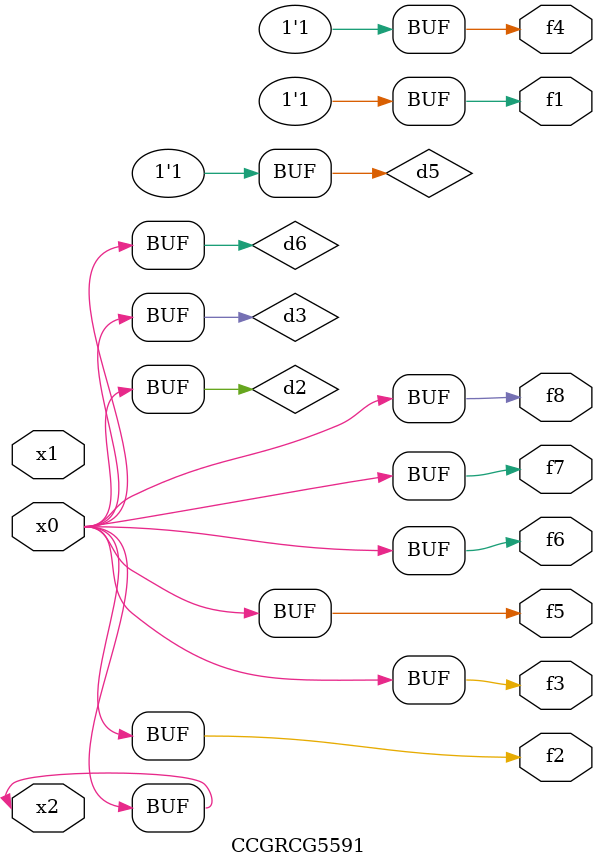
<source format=v>
module CCGRCG5591(
	input x0, x1, x2,
	output f1, f2, f3, f4, f5, f6, f7, f8
);

	wire d1, d2, d3, d4, d5, d6;

	xnor (d1, x2);
	buf (d2, x0, x2);
	and (d3, x0);
	xnor (d4, x1, x2);
	nand (d5, d1, d3);
	buf (d6, d2, d3);
	assign f1 = d5;
	assign f2 = d6;
	assign f3 = d6;
	assign f4 = d5;
	assign f5 = d6;
	assign f6 = d6;
	assign f7 = d6;
	assign f8 = d6;
endmodule

</source>
